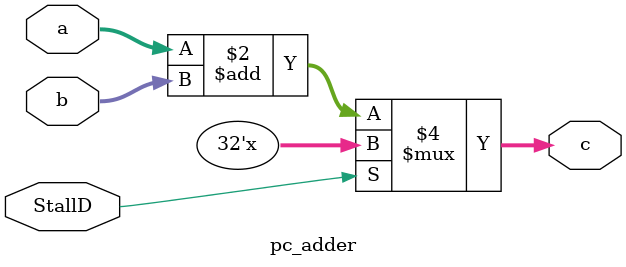
<source format=v>
`timescale 1ns / 1ps
module pc_adder(
    input [31:0] a, b,           // Inputs: PC value (a) and offset (b)
    input StallD,        // Stall signals for Fetch and Decode stages
    output reg [31:0] c          // Output: Result of PC + offset
);

    // If either StallF or StallD is high, don't perform addition
    always @(*) begin
        if (StallD) begin
            c = c;  // Retain the previous value of c (no update when stalled)
        end else begin
            c = a + b;  // Perform the addition when no stall
        end
    end

endmodule
</source>
